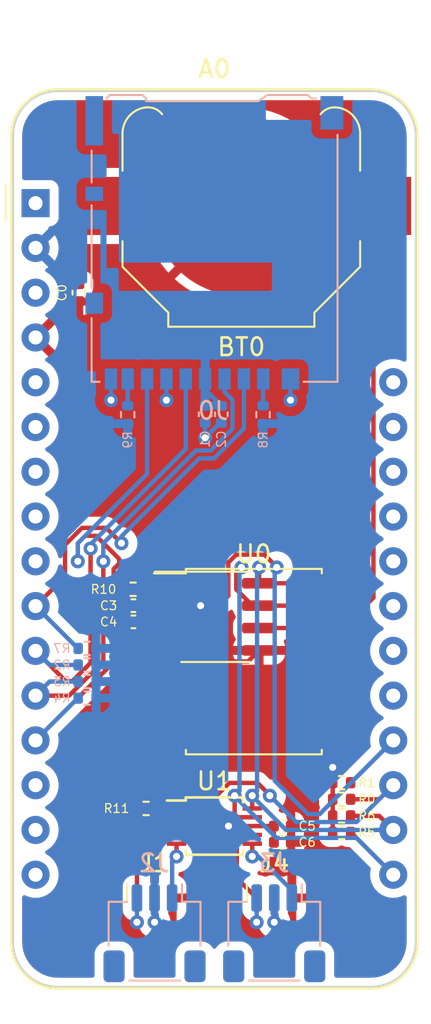
<source format=kicad_pcb>
(kicad_pcb (version 20211014) (generator pcbnew)
  (layers (0 "F.Cu" signal) (31 "B.Cu" signal) (34 "B.Paste" user) (35 "F.Paste" user) (36 "B.SilkS" user "B.Silkscreen") (37 "F.SilkS" user "F.Silkscreen") (38 "B.Mask" user) (39 "F.Mask" user) (44 "Edge.Cuts" user))
  (net 0 "")
  (net 2 "+3V3")
  (net 4 "GND")
  (net 8 "ADS1115_INTERRUPT")
  (net 9 "DS3231_INTERRUPT")
  (net 10 "μSD_CS")
  (net 11 "SPI_CLOCK")
  (net 12 "SPI_MOSI")
  (net 13 "SPI_MISO")
  (net 17 "I2C_SDA")
  (net 18 "I2C_SCL")
  (net 29 "Net-(BT0-Pad1)")
  (net 30 "Net-(J0-Pad1)")
  (net 31 "Net-(J0-Pad8)")
  (net 32 "Net-(J1-Pad1)")
  (net 33 "Net-(J2-Pad1)")
  (net 34 "Net-(J3-Pad1)")
  (net 35 "Net-(J4-Pad1)")
  (net 36 "Net-(R10-Pad1)")
  (net 37 "Net-(R11-Pad2)")
  (footprint "Capacitor_SMD:C_0402_1005Metric" (layer "F.Cu") (at 24.58 52.305 180)
    (fp_text reference "C4" (at 1.41 0) (layer "F.SilkS") (effects (font (size 0.5 0.5) (thickness 0.075))))
    (fp_text value "1μF")
    (fp_line (start -0.107836 -0.36) (end 0.107836 -0.36) (layer "F.SilkS") (width 0.12))
    (fp_line (start -0.107836 0.36) (end 0.107836 0.36) (layer "F.SilkS") (width 0.12))
    (pad "1" smd roundrect (at -0.48 0 180) (size 0.56 0.62) (layers "F.Cu" "F.Paste" "F.Mask") (net 2 "+3V3"))
    (pad "2" smd roundrect (at 0.48 0 180) (size 0.56 0.62) (layers "F.Cu" "F.Paste" "F.Mask") (net 4 "GND"))
  )
  (footprint "clipboard:51719e6e-04ac-48b8-9a85-30dbc0886bbf" (layer "F.Cu") (at 19.02 28.55)
    (fp_text reference "" (at 1.27 41.91) (layer "F.SilkS") (effects (font (size 1.27 1.27))))
    (fp_text value "" (at 1.27 41.91) (layer "F.SilkS") (effects (font (size 1.27 1.27))))
    (fp_line (start 1.27 44.45) (end 19.05 44.45) (layer "Edge.Cuts") (width 0.1))
    (fp_line (start -1.27 -3.81) (end -1.27 41.91) (layer "Edge.Cuts") (width 0.1))
    (fp_line (start 19.05 -6.35) (end 1.27 -6.35) (layer "Edge.Cuts") (width 0.1))
    (fp_line (start 21.59 41.91) (end 21.59 -3.81) (layer "Edge.Cuts") (width 0.1))
    (fp_arc (start 21.59 41.91) (mid 20.846051 43.706051) (end 19.05 44.45) (layer "Edge.Cuts") (width 0.1))
    (fp_arc (start 19.05 -6.35) (mid 20.846051 -5.606051) (end 21.59 -3.81) (layer "Edge.Cuts") (width 0.1))
    (fp_arc (start 1.221238 44.449532) (mid -0.543209 43.688728) (end -1.27 41.91) (layer "Edge.Cuts") (width 0.1))
    (fp_arc (start -1.27 -3.81) (mid -0.526051 -5.606051) (end 1.27 -6.35) (layer "Edge.Cuts") (width 0.1))
  )
  (footprint "Package_SO:TSSOP-10_3x3mm_P0.5mm" (layer "F.Cu") (at 29.18 63.89)
    (fp_text reference "U1" (at 0 -2.55) (layer "F.SilkS"))
    (fp_text value "ADS1115IDGS")
    (fp_line (start -1.625 1.625) (end -1.625 1.35) (layer "F.SilkS") (width 0.15))
    (fp_line (start 1.625 -1.625) (end 1.625 -1.35) (layer "F.SilkS") (width 0.15))
    (fp_line (start -1.625 1.625) (end 1.625 1.625) (layer "F.SilkS") (width 0.15))
    (fp_line (start -1.625 -1.625) (end 1.625 -1.625) (layer "F.SilkS") (width 0.15))
    (fp_line (start -1.625 -1.625) (end -1.625 -1.45) (layer "F.SilkS") (width 0.15))
    (fp_line (start -1.625 -1.45) (end -2.7 -1.45) (layer "F.SilkS") (width 0.15))
    (fp_line (start 1.625 1.625) (end 1.625 1.35) (layer "F.SilkS") (width 0.15))
    (pad "1" smd rect locked (at -2.15 -1) (size 1.1 0.25) (layers "F.Cu" "F.Paste" "F.Mask") (net 37 "Net-(R11-Pad2)"))
    (pad "2" smd rect locked (at -2.15 -0.5) (size 1.1 0.25) (layers "F.Cu" "F.Paste" "F.Mask") (net 8 "ADS1115_INTERRUPT"))
    (pad "3" smd rect locked (at -2.15 0) (size 1.1 0.25) (layers "F.Cu" "F.Paste" "F.Mask") (net 4 "GND"))
    (pad "4" smd rect locked (at -2.15 0.5) (size 1.1 0.25) (layers "F.Cu" "F.Paste" "F.Mask") (net 32 "Net-(J1-Pad1)"))
    (pad "5" smd rect locked (at -2.15 1) (size 1.1 0.25) (layers "F.Cu" "F.Paste" "F.Mask") (net 33 "Net-(J2-Pad1)"))
    (pad "6" smd rect locked (at 2.15 1) (size 1.1 0.25) (layers "F.Cu" "F.Paste" "F.Mask") (net 34 "Net-(J3-Pad1)"))
    (pad "7" smd rect locked (at 2.15 0.5) (size 1.1 0.25) (layers "F.Cu" "F.Paste" "F.Mask") (net 35 "Net-(J4-Pad1)"))
    (pad "8" smd rect locked (at 2.15 0) (size 1.1 0.25) (layers "F.Cu" "F.Paste" "F.Mask") (net 2 "+3V3"))
    (pad "9" smd rect locked (at 2.15 -0.5) (size 1.1 0.25) (layers "F.Cu" "F.Paste" "F.Mask") (net 17 "I2C_SDA"))
    (pad "10" smd rect locked (at 2.15 -1) (size 1.1 0.25) (layers "F.Cu" "F.Paste" "F.Mask") (net 18 "I2C_SCL"))
  )
  (footprint "Resistor_SMD:R_0402_1005Metric" (layer "F.Cu") (at 24.56 50.455)
    (fp_text reference "R10" (at -1.68 0) (layer "F.SilkS") (effects (font (size 0.5 0.5) (thickness 0.075))))
    (fp_text value "4.7kΩ")
    (fp_line (start -0.153641 0.38) (end 0.153641 0.38) (layer "F.SilkS") (width 0.12))
    (fp_line (start -0.153641 -0.38) (end 0.153641 -0.38) (layer "F.SilkS") (width 0.12))
    (pad "1" smd roundrect (at -0.51 0) (size 0.54 0.64) (layers "F.Cu" "F.Paste" "F.Mask") (net 36 "Net-(R10-Pad1)"))
    (pad "2" smd roundrect (at 0.51 0) (size 0.54 0.64) (layers "F.Cu" "F.Paste" "F.Mask") (net 2 "+3V3"))
  )
  (footprint "Capacitor_SMD:C_0402_1005Metric" (layer "F.Cu") (at 33.04 63.89)
    (fp_text reference "C5" (at 1.41 0) (layer "F.SilkS") (effects (font (size 0.5 0.5) (thickness 0.075))))
    (fp_text value "0.1μF")
    (fp_line (start -0.107836 -0.36) (end 0.107836 -0.36) (layer "F.SilkS") (width 0.12))
    (fp_line (start -0.107836 0.36) (end 0.107836 0.36) (layer "F.SilkS") (width 0.12))
    (pad "1" smd roundrect (at -0.48 0) (size 0.56 0.62) (layers "F.Cu" "F.Paste" "F.Mask") (net 2 "+3V3"))
    (pad "2" smd roundrect (at 0.48 0) (size 0.56 0.62) (layers "F.Cu" "F.Paste" "F.Mask") (net 4 "GND"))
  )
  (footprint "Module:Adafruit_Feather" (layer "F.Cu") (at 19.02 28.55)
    (fp_text reference "A0" (at 10.16 -7.62) (layer "F.SilkS"))
    (fp_text value "Adafruit_Feather_Generic")
    (fp_line (start 21.7 -3.81) (end 21.7 41.91) (layer "F.SilkS") (width 0.12))
    (fp_line (start 19.05 -6.46) (end 1.27 -6.46) (layer "F.SilkS") (width 0.12))
    (fp_line (start 19.05 44.56) (end 1.27 44.56) (layer "F.SilkS") (width 0.12))
    (fp_line (start -1.38 -3.81) (end -1.38 41.91) (layer "F.SilkS") (width 0.12))
    (fp_line (start -1.7 1) (end -1.7 -1) (layer "F.SilkS") (width 0.12))
    (fp_arc (start 21.7 41.91) (mid 20.923833 43.783833) (end 19.05 44.56) (layer "F.SilkS") (width 0.12))
    (fp_arc (start -1.38 -3.81) (mid -0.603833 -5.683833) (end 1.27 -6.46) (layer "F.SilkS") (width 0.12))
    (fp_arc (start 1.27 44.56) (mid -0.603833 43.783833) (end -1.38 41.91) (layer "F.SilkS") (width 0.12))
    (fp_arc (start 19.05 -6.46) (mid 20.923833 -5.683833) (end 21.7 -3.81) (layer "F.SilkS") (width 0.12))
    (pad "1" thru_hole rect locked (at 0 0 180) (size 1.6 1.6) (drill 0.8) (layers *.Cu *.Mask))
    (pad "2" thru_hole circle locked (at 0 2.54 180) (size 1.6 1.6) (drill 0.8) (layers *.Cu *.Mask) (net 2 "+3V3"))
    (pad "3" thru_hole circle locked (at 0 5.08 180) (size 1.6 1.6) (drill 0.8) (layers *.Cu *.Mask))
    (pad "4" thru_hole circle locked (at 0 7.62 180) (size 1.6 1.6) (drill 0.8) (layers *.Cu *.Mask) (net 4 "GND"))
    (pad "5" thru_hole circle locked (at 0 10.16 180) (size 1.6 1.6) (drill 0.8) (layers *.Cu *.Mask))
    (pad "6" thru_hole circle locked (at 0 12.7 180) (size 1.6 1.6) (drill 0.8) (layers *.Cu *.Mask))
    (pad "7" thru_hole circle locked (at 0 15.24 180) (size 1.6 1.6) (drill 0.8) (layers *.Cu *.Mask))
    (pad "8" thru_hole circle locked (at 0 17.78 180) (size 1.6 1.6) (drill 0.8) (layers *.Cu *.Mask))
    (pad "9" thru_hole circle locked (at 0 20.32 180) (size 1.6 1.6) (drill 0.8) (layers *.Cu *.Mask))
    (pad "10" thru_hole circle locked (at 0 22.86 180) (size 1.6 1.6) (drill 0.8) (layers *.Cu *.Mask) (net 10 "μSD_CS"))
    (pad "11" thru_hole circle locked (at 0 25.4 180) (size 1.6 1.6) (drill 0.8) (layers *.Cu *.Mask) (net 11 "SPI_CLOCK"))
    (pad "12" thru_hole circle locked (at 0 27.94 180) (size 1.6 1.6) (drill 0.8) (layers *.Cu *.Mask) (net 12 "SPI_MOSI"))
    (pad "13" thru_hole circle locked (at 0 30.48 180) (size 1.6 1.6) (drill 0.8) (layers *.Cu *.Mask) (net 13 "SPI_MISO"))
    (pad "14" thru_hole circle locked (at 0 33.02 180) (size 1.6 1.6) (drill 0.8) (layers *.Cu *.Mask))
    (pad "15" thru_hole circle locked (at 0 35.56 180) (size 1.6 1.6) (drill 0.8) (layers *.Cu *.Mask))
    (pad "16" thru_hole circle locked (at 0 38.1 180) (size 1.6 1.6) (drill 0.8) (layers *.Cu *.Mask))
    (pad "17" thru_hole circle locked (at 20.32 38.1 180) (size 1.6 1.6) (drill 0.8) (layers *.Cu *.Mask) (net 17 "I2C_SDA"))
    (pad "18" thru_hole circle locked (at 20.32 35.56 180) (size 1.6 1.6) (drill 0.8) (layers *.Cu *.Mask) (net 18 "I2C_SCL"))
    (pad "19" thru_hole circle locked (at 20.32 33.02 180) (size 1.6 1.6) (drill 0.8) (layers *.Cu *.Mask) (net 8 "ADS1115_INTERRUPT"))
    (pad "20" thru_hole circle locked (at 20.32 30.48 180) (size 1.6 1.6) (drill 0.8) (layers *.Cu *.Mask) (net 9 "DS3231_INTERRUPT"))
    (pad "21" thru_hole circle locked (at 20.32 27.94 180) (size 1.6 1.6) (drill 0.8) (layers *.Cu *.Mask))
    (pad "22" thru_hole circle locked (at 20.32 25.4 180) (size 1.6 1.6) (drill 0.8) (layers *.Cu *.Mask))
    (pad "23" thru_hole circle locked (at 20.32 22.86 180) (size 1.6 1.6) (drill 0.8) (layers *.Cu *.Mask))
    (pad "24" thru_hole circle locked (at 20.32 20.32 180) (size 1.6 1.6) (drill 0.8) (layers *.Cu *.Mask))
    (pad "25" thru_hole circle locked (at 20.32 17.78 180) (size 1.6 1.6) (drill 0.8) (layers *.Cu *.Mask))
    (pad "26" thru_hole circle locked (at 20.32 15.24 180) (size 1.6 1.6) (drill 0.8) (layers *.Cu *.Mask))
    (pad "27" thru_hole circle locked (at 20.32 12.7 180) (size 1.6 1.6) (drill 0.8) (layers *.Cu *.Mask))
    (pad "28" thru_hole circle locked (at 20.32 10.16 180) (size 1.6 1.6) (drill 0.8) (layers *.Cu *.Mask))
  )
  (footprint "Package_SO:SOIC-8_3.9x4.9mm_P1.27mm" (layer "F.Cu") (at 29.245 52.02)
    (fp_text reference " " (at 0 -3.4) (layer "F.SilkS"))
    (fp_text value "SOIC-8_3.9x4.9mm_P1.27mm")
    (fp_line (start 0 2.56) (end -1.95 2.56) (layer "F.SilkS") (width 0.12))
    (fp_line (start 0 -2.56) (end 1.95 -2.56) (layer "F.SilkS") (width 0.12))
    (fp_line (start 0 -2.56) (end -3.45 -2.56) (layer "F.SilkS") (width 0.12))
    (fp_line (start 0 2.56) (end 1.95 2.56) (layer "F.SilkS") (width 0.12))
    (pad "1" smd roundrect locked (at -2.475 -1.905) (size 1.95 0.6) (layers "F.Cu" "F.Paste" "F.Mask") (net 36 "Net-(R10-Pad1)"))
    (pad "2" smd roundrect locked (at -2.475 -0.635) (size 1.95 0.6) (layers "F.Cu" "F.Paste" "F.Mask") (net 2 "+3V3"))
    (pad "3" smd roundrect locked (at -2.475 0.635) (size 1.95 0.6) (layers "F.Cu" "F.Paste" "F.Mask") (net 9 "DS3231_INTERRUPT"))
    (pad "4" smd roundrect locked (at -2.475 1.905) (size 1.95 0.6) (layers "F.Cu" "F.Paste" "F.Mask"))
    (pad "5" smd roundrect locked (at 2.475 1.905) (size 1.95 0.6) (layers "F.Cu" "F.Paste" "F.Mask") (net 4 "GND"))
    (pad "6" smd roundrect locked (at 2.475 0.635) (size 1.95 0.6) (layers "F.Cu" "F.Paste" "F.Mask") (net 29 "Net-(BT0-Pad1)"))
    (pad "7" smd roundrect locked (at 2.475 -0.635) (size 1.95 0.6) (layers "F.Cu" "F.Paste" "F.Mask") (net 17 "I2C_SDA"))
    (pad "8" smd roundrect locked (at 2.475 -1.905) (size 1.95 0.6) (layers "F.Cu" "F.Paste" "F.Mask") (net 18 "I2C_SCL"))
  )
  (footprint "Resistor_SMD:R_0402_1005Metric" (layer "F.Cu") (at 36.41 62.37)
    (fp_text reference "R0" (at 1.43 0) (layer "F.SilkS") (effects (font (size 0.5 0.5) (thickness 0.075))))
    (fp_text value "4.7kΩ")
    (fp_line (start -0.153641 -0.38) (end 0.153641 -0.38) (layer "F.SilkS") (width 0.12))
    (fp_line (start -0.153641 0.38) (end 0.153641 0.38) (layer "F.SilkS") (width 0.12))
    (pad "1" smd roundrect (at -0.51 0) (size 0.54 0.64) (layers "F.Cu" "F.Paste" "F.Mask") (net 2 "+3V3"))
    (pad "2" smd roundrect (at 0.51 0) (size 0.54 0.64) (layers "F.Cu" "F.Paste" "F.Mask") (net 8 "ADS1115_INTERRUPT"))
  )
  (footprint "Connector_JST:JST_SH_SM03B-SRSS-TB_1x03-1MP_P1.00mm_Horizontal" (layer "F.Cu") (at 25.78 69.97)
    (fp_text reference "J1" (at 0 -3.98) (layer "F.SilkS"))
    (fp_text value "Conn_01x03")
    (fp_line (start -1.56 -1.785) (end -1.56 -2.775) (layer "F.SilkS") (width 0.12))
    (fp_line (start 2.61 -1.785) (end 1.56 -1.785) (layer "F.SilkS") (width 0.12))
    (fp_line (start 2.61 0.715) (end 2.61 -1.785) (layer "F.SilkS") (width 0.12))
    (fp_line (start -2.61 0.715) (end -2.61 -1.785) (layer "F.SilkS") (width 0.12))
    (fp_line (start -2.61 -1.785) (end -1.56 -1.785) (layer "F.SilkS") (width 0.12))
    (fp_line (start -1.44 2.685) (end 1.44 2.685) (layer "F.SilkS") (width 0.12))
    (pad "1" smd roundrect locked (at -1 -2) (size 0.6 1.55) (layers "F.Cu" "F.Paste" "F.Mask") (net 32 "Net-(J1-Pad1)"))
    (pad "2" smd roundrect locked (at 0 -2) (size 0.6 1.55) (layers "F.Cu" "F.Paste" "F.Mask") (net 2 "+3V3"))
    (pad "3" smd roundrect locked (at 1 -2) (size 0.6 1.55) (layers "F.Cu" "F.Paste" "F.Mask") (net 4 "GND"))
    (pad "MP" smd roundrect locked (at -2.3 1.875) (size 1.2 1.8) (layers "F.Cu" "F.Paste" "F.Mask") (roundrect_rratio 0.2083333333))
    (pad "MP" smd roundrect locked (at 2.3 1.875) (size 1.2 1.8) (layers "F.Cu" "F.Paste" "F.Mask") (roundrect_rratio 0.2083333333))
  )
  (footprint "Resistor_SMD:R_0402_1005Metric" (layer "F.Cu") (at 36.41 61.43)
    (fp_text reference "R1" (at 1.43 0) (layer "F.SilkS") (effects (font (size 0.5 0.5) (thickness 0.075))))
    (fp_text value "4.7kΩ")
    (fp_line (start -0.153641 -0.38) (end 0.153641 -0.38) (layer "F.SilkS") (width 0.12))
    (fp_line (start -0.153641 0.38) (end 0.153641 0.38) (layer "F.SilkS") (width 0.12))
    (pad "1" smd roundrect (at -0.51 0) (size 0.54 0.64) (layers "F.Cu" "F.Paste" "F.Mask") (net 2 "+3V3"))
    (pad "2" smd roundrect (at 0.51 0) (size 0.54 0.64) (layers "F.Cu" "F.Paste" "F.Mask") (net 9 "DS3231_INTERRUPT"))
  )
  (footprint "Resistor_SMD:R_0402_1005Metric" (layer "F.Cu") (at 36.41 64.25 180)
    (fp_text reference "R5" (at -1.43 0) (layer "F.SilkS") (effects (font (size 0.5 0.5) (thickness 0.075))))
    (fp_text value "4.7kΩ")
    (fp_line (start -0.153641 0.38) (end 0.153641 0.38) (layer "F.SilkS") (width 0.12))
    (fp_line (start -0.153641 -0.38) (end 0.153641 -0.38) (layer "F.SilkS") (width 0.12))
    (pad "1" smd roundrect (at -0.51 0 180) (size 0.54 0.64) (layers "F.Cu" "F.Paste" "F.Mask") (net 17 "I2C_SDA"))
    (pad "2" smd roundrect (at 0.51 0 180) (size 0.54 0.64) (layers "F.Cu" "F.Paste" "F.Mask") (net 2 "+3V3"))
  )
  (footprint "Capacitor_SMD:C_0402_1005Metric" (layer "F.Cu") (at 33.04 64.81)
    (fp_text reference "C6" (at 1.41 0) (layer "F.SilkS") (effects (font (size 0.5 0.5) (thickness 0.075))))
    (fp_text value "1μF")
    (fp_line (start -0.107836 0.36) (end 0.107836 0.36) (layer "F.SilkS") (width 0.12))
    (fp_line (start -0.107836 -0.36) (end 0.107836 -0.36) (layer "F.SilkS") (width 0.12))
    (pad "1" smd roundrect (at -0.48 0) (size 0.56 0.62) (layers "F.Cu" "F.Paste" "F.Mask") (net 2 "+3V3"))
    (pad "2" smd roundrect (at 0.48 0) (size 0.56 0.62) (layers "F.Cu" "F.Paste" "F.Mask") (net 4 "GND"))
  )
  (footprint "Connector_JST:JST_SH_SM03B-SRSS-TB_1x03-1MP_P1.00mm_Horizontal" (layer "F.Cu") (at 32.58 69.97)
    (fp_text reference "J4" (at 0 -3.98) (layer "F.SilkS"))
    (fp_text value "Conn_01x03")
    (fp_line (start -1.44 2.685) (end 1.44 2.685) (layer "F.SilkS") (width 0.12))
    (fp_line (start -2.61 0.715) (end -2.61 -1.785) (layer "F.SilkS") (width 0.12))
    (fp_line (start -1.56 -1.785) (end -1.56 -2.775) (layer "F.SilkS") (width 0.12))
    (fp_line (start 2.61 0.715) (end 2.61 -1.785) (layer "F.SilkS") (width 0.12))
    (fp_line (start 2.61 -1.785) (end 1.56 -1.785) (layer "F.SilkS") (width 0.12))
    (fp_line (start -2.61 -1.785) (end -1.56 -1.785) (layer "F.SilkS") (width 0.12))
    (pad "1" smd roundrect locked (at -1 -2) (size 0.6 1.55) (layers "F.Cu" "F.Paste" "F.Mask") (net 35 "Net-(J4-Pad1)"))
    (pad "2" smd roundrect locked (at 0 -2) (size 0.6 1.55) (layers "F.Cu" "F.Paste" "F.Mask") (net 2 "+3V3"))
    (pad "3" smd roundrect locked (at 1 -2) (size 0.6 1.55) (layers "F.Cu" "F.Paste" "F.Mask") (net 4 "GND"))
    (pad "MP" smd roundrect locked (at 2.3 1.875) (size 1.2 1.8) (layers "F.Cu" "F.Paste" "F.Mask") (roundrect_rratio 0.2083333333))
    (pad "MP" smd roundrect locked (at -2.3 1.875) (size 1.2 1.8) (layers "F.Cu" "F.Paste" "F.Mask") (roundrect_rratio 0.2083333333))
  )
  (footprint "Resistor_SMD:R_0402_1005Metric" (layer "F.Cu") (at 25.3 62.89)
    (fp_text reference "R11" (at -1.68 0) (layer "F.SilkS") (effects (font (size 0.5 0.5) (thickness 0.075))))
    (fp_text value "4.7kΩ")
    (fp_line (start -0.153641 -0.38) (end 0.153641 -0.38) (layer "F.SilkS") (width 0.12))
    (fp_line (start -0.153641 0.38) (end 0.153641 0.38) (layer "F.SilkS") (width 0.12))
    (pad "1" smd roundrect (at -0.51 0) (size 0.54 0.64) (layers "F.Cu" "F.Paste" "F.Mask") (net 4 "GND"))
    (pad "2" smd roundrect (at 0.51 0) (size 0.54 0.64) (layers "F.Cu" "F.Paste" "F.Mask") (net 37 "Net-(R11-Pad2)"))
  )
  (footprint "Capacitor_SMD:C_0402_1005Metric" (layer "F.Cu") (at 21.48 33.63 -90)
    (fp_text reference "C0" (at 0 0.96 90) (layer "F.SilkS") (effects (font (size 0.5 0.5) (thickness 0.075))))
    (fp_text value "10μF")
    (fp_line (start -0.107836 -0.36) (end 0.107836 -0.36) (layer "F.SilkS") (width 0.12))
    (fp_line (start -0.107836 0.36) (end 0.107836 0.36) (layer "F.SilkS") (width 0.12))
    (pad "1" smd roundrect (at -0.48 0 270) (size 0.56 0.62) (layers "F.Cu" "F.Paste" "F.Mask") (net 2 "+3V3"))
    (pad "2" smd roundrect (at 0.48 0 270) (size 0.56 0.62) (layers "F.Cu" "F.Paste" "F.Mask") (net 4 "GND"))
  )
  (footprint "Capacitor_SMD:C_0402_1005Metric" (layer "F.Cu") (at 24.58 51.385 180)
    (fp_text reference "C3" (at 1.41 0) (layer "F.SilkS") (effects (font (size 0.5 0.5) (thickness 0.075))))
    (fp_text value "0.1μF")
    (fp_line (start -0.107836 -0.36) (end 0.107836 -0.36) (layer "F.SilkS") (width 0.12))
    (fp_line (start -0.107836 0.36) (end 0.107836 0.36) (layer "F.SilkS") (width 0.12))
    (pad "1" smd roundrect (at -0.48 0 180) (size 0.56 0.62) (layers "F.Cu" "F.Paste" "F.Mask") (net 2 "+3V3"))
    (pad "2" smd roundrect (at 0.48 0 180) (size 0.56 0.62) (layers "F.Cu" "F.Paste" "F.Mask") (net 4 "GND"))
  )
  (footprint "Package_SO:SOIC-16W_7.5x10.3mm_P1.27mm" (layer "F.Cu") (at 31.42 54.56)
    (fp_text reference "U0" (at 0 -6.1) (layer "F.SilkS"))
    (fp_text value "DS3231M")
    (fp_line (start 0 -5.26) (end -3.86 -5.26) (layer "F.SilkS") (width 0.12))
    (fp_line (start 3.86 -5.26) (end 3.86 -5.005) (layer "F.SilkS") (width 0.12))
    (fp_line (start -3.86 -5.26) (end -3.86 -5.005) (layer "F.SilkS") (width 0.12))
    (fp_line (start 3.86 5.26) (end 3.86 5.005) (layer "F.SilkS") (width 0.12))
    (fp_line (start -3.86 -5.005) (end -5.675 -5.005) (layer "F.SilkS") (width 0.12))
    (fp_line (start -3.86 5.26) (end -3.86 5.005) (layer "F.SilkS") (width 0.12))
    (fp_line (start 0 5.26) (end -3.86 5.26) (layer "F.SilkS") (width 0.12))
    (fp_line (start 0 5.26) (end 3.86 5.26) (layer "F.SilkS") (width 0.12))
    (fp_line (start 0 -5.26) (end 3.86 -5.26) (layer "F.SilkS") (width 0.12))
    (pad "1" smd roundrect locked (at -4.65 -4.445) (size 2.05 0.6) (layers "F.Cu" "F.Paste" "F.Mask") (net 36 "Net-(R10-Pad1)"))
    (pad "2" smd roundrect locked (at -4.65 -3.175) (size 2.05 0.6) (layers "F.Cu" "F.Paste" "F.Mask") (net 2 "+3V3"))
    (pad "3" smd roundrect locked (at -4.65 -1.905) (size 2.05 0.6) (layers "F.Cu" "F.Paste" "F.Mask") (net 9 "DS3231_INTERRUPT"))
    (pad "4" smd roundrect locked (at -4.65 -0.635) (size 2.05 0.6) (layers "F.Cu" "F.Paste" "F.Mask"))
    (pad "5" smd roundrect locked (at -4.65 0.635) (size 2.05 0.6) (layers "F.Cu" "F.Paste" "F.Mask") (net 4 "GND"))
    (pad "6" smd roundrect locked (at -4.65 1.905) (size 2.05 0.6) (layers "F.Cu" "F.Paste" "F.Mask") (net 4 "GND"))
    (pad "7" smd roundrect locked (at -4.65 3.175) (size 2.05 0.6) (layers "F.Cu" "F.Paste" "F.Mask") (net 4 "GND"))
    (pad "8" smd roundrect locked (at -4.65 4.445) (size 2.05 0.6) (layers "F.Cu" "F.Paste" "F.Mask") (net 4 "GND"))
    (pad "9" smd roundrect locked (at 4.65 4.445) (size 2.05 0.6) (layers "F.Cu" "F.Paste" "F.Mask") (net 4 "GND"))
    (pad "10" smd roundrect locked (at 4.65 3.175) (size 2.05 0.6) (layers "F.Cu" "F.Paste" "F.Mask") (net 4 "GND"))
    (pad "11" smd roundrect locked (at 4.65 1.905) (size 2.05 0.6) (layers "F.Cu" "F.Paste" "F.Mask") (net 4 "GND"))
    (pad "12" smd roundrect locked (at 4.65 0.635) (size 2.05 0.6) (layers "F.Cu" "F.Paste" "F.Mask") (net 4 "GND"))
    (pad "13" smd roundrect locked (at 4.65 -0.635) (size 2.05 0.6) (layers "F.Cu" "F.Paste" "F.Mask") (net 4 "GND"))
    (pad "14" smd roundrect locked (at 4.65 -1.905) (size 2.05 0.6) (layers "F.Cu" "F.Paste" "F.Mask") (net 29 "Net-(BT0-Pad1)"))
    (pad "15" smd roundrect locked (at 4.65 -3.175) (size 2.05 0.6) (layers "F.Cu" "F.Paste" "F.Mask") (net 17 "I2C_SDA"))
    (pad "16" smd roundrect locked (at 4.65 -4.445) (size 2.05 0.6) (layers "F.Cu" "F.Paste" "F.Mask") (net 18 "I2C_SCL"))
  )
  (footprint "Resistor_SMD:R_0402_1005Metric" (layer "F.Cu") (at 36.41 63.31 180)
    (fp_text reference "R6" (at -1.43 0) (layer "F.SilkS") (effects (font (size 0.5 0.5) (thickness 0.075))))
    (fp_text value "4.7kΩ")
    (fp_line (start -0.153641 -0.38) (end 0.153641 -0.38) (layer "F.SilkS") (width 0.12))
    (fp_line (start -0.153641 0.38) (end 0.153641 0.38) (layer "F.SilkS") (width 0.12))
    (pad "1" smd roundrect (at -0.51 0 180) (size 0.54 0.64) (layers "F.Cu" "F.Paste" "F.Mask") (net 18 "I2C_SCL"))
    (pad "2" smd roundrect (at 0.51 0 180) (size 0.54 0.64) (layers "F.Cu" "F.Paste" "F.Mask") (net 2 "+3V3"))
  )
  (footprint "Battery:BatteryHolder_Keystone_3000_1x12mm" (layer "F.Cu") (at 30.71 28.71 180)
    (fp_text reference "BT0" (at 0 -8) (layer "F.SilkS"))
    (fp_text value "CR1220")
    (fp_line (start -4.15 -6.05) (end -4.15 -6.85) (layer "F.SilkS") (width 0.12))
    (fp_line (start 6.75 -3.45) (end 6.75 -2) (layer "F.SilkS") (width 0.12))
    (fp_line (start -6.75 -2) (end -6.75 -3.45) (layer "F.SilkS") (width 0.12))
    (fp_line (start -6.75 2) (end -6.75 4.1) (layer "F.SilkS") (width 0.12))
    (fp_line (start 4.15 -6.05) (end 6.75 -3.45) (layer "F.SilkS") (width 0.12))
    (fp_line (start -4.15 -6.85) (end 4.15 -6.85) (layer "F.SilkS") (width 0.12))
    (fp_line (start 4.15 -6.85) (end 4.15 -6.05) (layer "F.SilkS") (width 0.12))
    (fp_line (start -6.75 -3.45) (end -4.15 -6.05) (layer "F.SilkS") (width 0.12))
    (fp_line (start 6.75 2) (end 6.75 4.1) (layer "F.SilkS") (width 0.12))
    (fp_arc (start -4.5 5.2) (mid -4.90584 5.514615) (end -5.414615 5.58416) (layer "F.SilkS") (width 0.12))
    (fp_arc (start 6.75 4.05) (mid 6.346016 5.125305) (end 5.3 5.6) (layer "F.SilkS") (width 0.12))
    (fp_arc (start -5.3 5.6) (mid -6.346016 5.125305) (end -6.75 4.05) (layer "F.SilkS") (width 0.12))
    (fp_arc (start 5.414615 5.58416) (mid 4.90584 5.514615) (end 4.5 5.2) (layer "F.SilkS") (width 0.12))
    (pad "1" smd rect locked (at 7.9 0 180) (size 3.5 3.3) (layers "F.Cu" "F.Paste" "F.Mask") (net 29 "Net-(BT0-Pad1)"))
    (pad "1" smd rect locked (at -7.9 0 180) (size 3.5 3.3) (layers "F.Cu" "F.Paste" "F.Mask") (net 29 "Net-(BT0-Pad1)"))
    (pad "2" smd circle locked (at 0 0 180) (size 10.2 10.2) (layers "F.Cu" "F.Mask") (net 4 "GND"))
  )
  (footprint "Connector_JST:JST_SH_SM03B-SRSS-TB_1x03-1MP_P1.00mm_Horizontal" (layer "B.Cu") (at 32.58 69.97 180)
    (fp_text reference "J3" (at 0 3.98) (layer "B.SilkS") (effects (justify mirror)))
    (fp_text value "Conn_01x03")
    (fp_line (start -1.56 1.785) (end -1.56 2.775) (layer "B.SilkS") (width 0.12))
    (fp_line (start -1.44 -2.685) (end 1.44 -2.685) (layer "B.SilkS") (width 0.12))
    (fp_line (start -2.61 -0.715) (end -2.61 1.785) (layer "B.SilkS") (width 0.12))
    (fp_line (start -2.61 1.785) (end -1.56 1.785) (layer "B.SilkS") (width 0.12))
    (fp_line (start 2.61 -0.715) (end 2.61 1.785) (layer "B.SilkS") (width 0.12))
    (fp_line (start 2.61 1.785) (end 1.56 1.785) (layer "B.SilkS") (width 0.12))
    (pad "1" smd roundrect locked (at -1 2 180) (size 0.6 1.55) (layers "B.Cu" "B.Paste" "B.Mask") (net 34 "Net-(J3-Pad1)"))
    (pad "2" smd roundrect locked (at 0 2 180) (size 0.6 1.55) (layers "B.Cu" "B.Paste" "B.Mask") (net 2 "+3V3"))
    (pad "3" smd roundrect locked (at 1 2 180) (size 0.6 1.55) (layers "B.Cu" "B.Paste" "B.Mask") (net 4 "GND"))
    (pad "MP" smd roundrect locked (at 2.3 -1.875 180) (size 1.2 1.8) (layers "B.Cu" "B.Paste" "B.Mask") (roundrect_rratio 0.2083333333))
    (pad "MP" smd roundrect locked (at -2.3 -1.875 180) (size 1.2 1.8) (layers "B.Cu" "B.Paste" "B.Mask") (roundrect_rratio 0.2083333333))
  )
  (footprint "Connector_Card:microSD_HC_Hirose_DM3AT-SF-PEJM5" (layer "B.Cu") (at 29.18 30.8)
    (fp_text reference "J0" (at -0.075 9.525) (layer "B.SilkS") (effects (justify mirror)))
    (fp_text value "Micro_SD_Card_Det")
    (fp_line (start -6.975 7.885) (end -6.975 4.275) (layer "B.SilkS") (width 0.12))
    (fp_line (start 5.515 -8.185) (end 5.775 -8.185) (layer "B.SilkS") (width 0.12))
    (fp_line (start -4.085 -8.385) (end -3.875 -8.185) (layer "B.SilkS") (width 0.12))
    (fp_line (start -6.975 2.575) (end -6.975 -2.125) (layer "B.SilkS") (width 0.12))
    (fp_line (start -3.875 -8.035) (end 2.495 -8.035) (layer "B.SilkS") (width 0.12))
    (fp_line (start -6.525 7.885) (end -6.975 7.885) (layer "B.SilkS") (width 0.12))
    (fp_line (start 5.315 -8.385) (end 5.515 -8.185) (layer "B.SilkS") (width 0.12))
    (fp_line (start 6.995 7.885) (end 6.995 -6.125) (layer "B.SilkS") (width 0.12))
    (fp_line (start 5.075 7.885) (end 6.995 7.885) (layer "B.SilkS") (width 0.12))
    (fp_line (start -5.945 -8.385) (end -4.085 -8.385) (layer "B.SilkS") (width 0.12))
    (fp_line (start -5.945 -8.385) (end -6.145 -8.185) (layer "B.SilkS") (width 0.12))
    (fp_line (start 3.005 -8.385) (end 2.495 -8.035) (layer "B.SilkS") (width 0.12))
    (fp_line (start 5.315 -8.385) (end 3.005 -8.385) (layer "B.SilkS") (width 0.12))
    (fp_line (start -3.875 -8.035) (end -3.875 -8.185) (layer "B.SilkS") (width 0.12))
    (fp_line (start -6.975 -3.425) (end -6.975 -5.225) (layer "B.SilkS") (width 0.12))
    (pad "1" smd rect locked (at 2.775 7.725) (size 0.7 1.2) (layers "B.Cu" "B.Paste" "B.Mask") (net 30 "Net-(J0-Pad1)"))
    (pad "2" smd rect locked (at 1.675 7.725) (size 0.7 1.2) (layers "B.Cu" "B.Paste" "B.Mask") (net 10 "μSD_CS"))
    (pad "3" smd rect locked (at 0.575 7.725) (size 0.7 1.2) (layers "B.Cu" "B.Paste" "B.Mask") (net 12 "SPI_MOSI"))
    (pad "4" smd rect locked (at -0.525 7.725) (size 0.7 1.2) (layers "B.Cu" "B.Paste" "B.Mask") (net 2 "+3V3"))
    (pad "5" smd rect locked (at -1.625 7.725) (size 0.7 1.2) (layers "B.Cu" "B.Paste" "B.Mask") (net 11 "SPI_CLOCK"))
    (pad "6" smd rect locked (at -2.725 7.725) (size 0.7 1.2) (layers "B.Cu" "B.Paste" "B.Mask") (net 4 "GND"))
    (pad "7" smd rect locked (at -3.825 7.725) (size 0.7 1.2) (layers "B.Cu" "B.Paste" "B.Mask") (net 13 "SPI_MISO"))
    (pad "8" smd rect locked (at -4.925 7.725) (size 0.7 1.2) (layers "B.Cu" "B.Paste" "B.Mask") (net 31 "Net-(J0-Pad8)"))
    (pad "9" smd rect locked (at -5.875 7.725) (size 0.7 1.2) (layers "B.Cu" "B.Paste" "B.Mask") (net 4 "GND"))
    (pad "10" smd rect locked (at -6.825 -2.775) (size 1 0.8) (layers "B.Cu" "B.Paste" "B.Mask") (net 4 "GND"))
    (pad "11" smd rect locked (at -6.825 -6.925) (size 1 2.8) (layers "B.Cu" "B.Paste" "B.Mask") (net 4 "GND"))
    (pad "11" smd rect locked (at -6.825 3.425) (size 1 1.2) (layers "B.Cu" "B.Paste" "B.Mask") (net 4 "GND"))
    (pad "11" smd rect locked (at 6.675 -7.375) (size 1.3 1.9) (layers "B.Cu" "B.Paste" "B.Mask") (net 4 "GND"))
    (pad "11" smd rect locked (at 4.325 7.725) (size 1 1.2) (layers "B.Cu" "B.Paste" "B.Mask") (net 4 "GND"))
    (zone (net 0) (net_name "") (layer "B.Cu") (connect_pads (clearance 0)) (min_thickness 0.254)
      (keepout (tracks not_allowed) (vias not_allowed) (pads not_allowed) (copperpour not_allowed) (footprints not_allowed))
      (fill (thermal_gap 0.508) (thermal_bridge_width 0.508))
      (polygon (pts (xy 32.105 23.825) (xy 34.655 23.825) (xy 34.655 22.475) (xy 32.105 22.475)))
    )
    (zone (net 0) (net_name "") (layer "B.Cu") (connect_pads (clearance 0)) (min_thickness 0.254)
      (keepout (tracks not_allowed) (vias not_allowed) (pads not_allowed) (copperpour not_allowed) (footprints not_allowed))
      (fill (thermal_gap 0.508) (thermal_bridge_width 0.508))
      (polygon (pts (xy 22.705 34.825) (xy 21.955 34.825) (xy 21.955 38.075) (xy 22.705 38.075)))
    )
    (zone (net 0) (net_name "") (layer "B.Cu") (connect_pads (clearance 0)) (min_thickness 0.254)
      (keepout (tracks not_allowed) (vias not_allowed) (pads not_allowed) (copperpour not_allowed) (footprints not_allowed))
      (fill (thermal_gap 0.508) (thermal_bridge_width 0.508))
      (polygon (pts (xy 22.705 30.025) (xy 21.955 30.025) (xy 21.955 33.625) (xy 22.705 33.625)))
    )
    (zone (net 0) (net_name "") (layer "B.Cu") (connect_pads (clearance 0)) (min_thickness 0.254)
      (keepout (tracks not_allowed) (vias not_allowed) (pads not_allowed) (copperpour not_allowed) (footprints not_allowed))
      (fill (thermal_gap 0.508) (thermal_bridge_width 0.508))
      (polygon (pts (xy 23.055 32.225) (xy 23.755 32.225) (xy 23.755 24.625) (xy 23.055 24.625)))
    )
    (zone (net 0) (net_name "") (layer "B.Cu") (connect_pads (clearance 0)) (min_thickness 0.254)
      (keepout (tracks not_allowed) (vias not_allowed) (pads not_allowed) (copperpour not_allowed) (footprints not_allowed))
      (fill (thermal_gap 0.508) (thermal_bridge_width 0.508))
      (polygon (pts (xy 32.455 31.925) (xy 23.755 31.925) (xy 23.755 33.525) (xy 32.455 33.525)))
    )
  )
  (footprint "Resistor_SMD:R_0402_1005Metric" (layer "B.Cu") (at 21.95 55.69)
    (fp_text reference "R3" (at -1.43 0) (layer "B.SilkS") (effects (font (size 0.5 0.5) (thickness 0.075)) (justify mirror)))
    (fp_text value "4.7kΩ")
    (fp_line (start -0.153641 0.38) (end 0.153641 0.38) (layer "B.SilkS") (width 0.12))
    (fp_line (start -0.153641 -0.38) (end 0.153641 -0.38) (layer "B.SilkS") (width 0.12))
    (pad "1" smd roundrect (at -0.51 0) (size 0.54 0.64) (layers "B.Cu" "B.Paste" "B.Mask") (net 12 "SPI_MOSI"))
    (pad "2" smd roundrect (at 0.51 0) (size 0.54 0.64) (layers "B.Cu" "B.Paste" "B.Mask") (net 2 "+3V3"))
  )
  (footprint "Resistor_SMD:R_0402_1005Metric" (layer "B.Cu") (at 21.95 53.81 180)
    (fp_text reference "R7" (at 1.43 0) (layer "B.SilkS") (effects (font (size 0.5 0.5) (thickness 0.075)) (justify mirror)))
    (fp_text value "4.7kΩ")
    (fp_line (start -0.153641 -0.38) (end 0.153641 -0.38) (layer "B.SilkS") (width 0.12))
    (fp_line (start -0.153641 0.38) (end 0.153641 0.38) (layer "B.SilkS") (width 0.12))
    (pad "1" smd roundrect (at -0.51 0 180) (size 0.54 0.64) (layers "B.Cu" "B.Paste" "B.Mask") (net 2 "+3V3"))
    (pad "2" smd roundrect (at 0.51 0 180) (size 0.54 0.64) (layers "B.Cu" "B.Paste" "B.Mask") (net 10 "μSD_CS"))
  )
  (footprint "Resistor_SMD:R_0402_1005Metric" (layer "B.Cu") (at 24.255 40.55 -90)
    (fp_text reference "R9" (at 1.43 0 90) (layer "B.SilkS") (effects (font (size 0.5 0.5) (thickness 0.075)) (justify mirror)))
    (fp_text value "4.7kΩ")
    (fp_line (start -0.153641 0.38) (end 0.153641 0.38) (layer "B.SilkS") (width 0.12))
    (fp_line (start -0.153641 -0.38) (end 0.153641 -0.38) (layer "B.SilkS") (width 0.12))
    (pad "1" smd roundrect (at -0.51 0 270) (size 0.54 0.64) (layers "B.Cu" "B.Paste" "B.Mask") (net 31 "Net-(J0-Pad8)"))
    (pad "2" smd roundrect (at 0.51 0 270) (size 0.54 0.64) (layers "B.Cu" "B.Paste" "B.Mask") (net 2 "+3V3"))
  )
  (footprint "Connector_JST:JST_SH_SM03B-SRSS-TB_1x03-1MP_P1.00mm_Horizontal" (layer "B.Cu") (at 25.78 69.97 180)
    (fp_text reference "J2" (at 0 3.98) (layer "B.SilkS") (effects (justify mirror)))
    (fp_text value "Conn_01x03")
    (fp_line (start -2.61 -0.715) (end -2.61 1.785) (layer "B.SilkS") (width 0.12))
    (fp_line (start 2.61 -0.715) (end 2.61 1.785) (layer "B.SilkS") (width 0.12))
    (fp_line (start -2.61 1.785) (end -1.56 1.785) (layer "B.SilkS") (width 0.12))
    (fp_line (start -1.44 -2.685) (end 1.44 -2.685) (layer "B.SilkS") (width 0.12))
    (fp_line (start -1.56 1.785) (end -1.56 2.775) (layer "B.SilkS") (width 0.12))
    (fp_line (start 2.61 1.785) (end 1.56 1.785) (layer "B.SilkS") (width 0.12))
    (pad "1" smd roundrect locked (at -1 2 180) (size 0.6 1.55) (layers "B.Cu" "B.Paste" "B.Mask") (net 33 "Net-(J2-Pad1)"))
    (pad "2" smd roundrect locked (at 0 2 180) (size 0.6 1.55) (layers "B.Cu" "B.Paste" "B.Mask") (net 2 "+3V3"))
    (pad "3" smd roundrect locked (at 1 2 180) (size 0.6 1.55) (layers "B.Cu" "B.Paste" "B.Mask") (net 4 "GND"))
    (pad "MP" smd roundrect locked (at 2.3 -1.875 180) (size 1.2 1.8) (layers "B.Cu" "B.Paste" "B.Mask") (roundrect_rratio 0.2083333333))
    (pad "MP" smd roundrect locked (at -2.3 -1.875 180) (size 1.2 1.8) (layers "B.Cu" "B.Paste" "B.Mask") (roundrect_rratio 0.2083333333))
  )
  (footprint "Resistor_SMD:R_0402_1005Metric" (layer "B.Cu") (at 21.95 54.75 180)
    (fp_text reference "R2" (at 1.43 0) (layer "B.SilkS") (effects (font (size 0.5 0.5) (thickness 0.075)) (justify mirror)))
    (fp_text value "4.7kΩ")
    (fp_line (start -0.153641 0.38) (end 0.153641 0.38) (layer "B.SilkS") (width 0.12))
    (fp_line (start -0.153641 -0.38) (end 0.153641 -0.38) (layer "B.SilkS") (width 0.12))
    (pad "1" smd roundrect (at -0.51 0 180) (size 0.54 0.64) (layers "B.Cu" "B.Paste" "B.Mask") (net 2 "+3V3"))
    (pad "2" smd roundrect (at 0.51 0 180) (size 0.54 0.64) (layers "B.Cu" "B.Paste" "B.Mask") (net 11 "SPI_CLOCK"))
  )
  (footprint "Capacitor_SMD:C_0402_1005Metric" (layer "B.Cu") (at 28.655 40.53 -90)
    (fp_text reference "C1" (at 1.41 0 90) (layer "B.SilkS") (effects (font (size 0.5 0.5) (thickness 0.075)) (justify mirror)))
    (fp_text value "0.1μF")
    (fp_line (start -0.107836 0.36) (end 0.107836 0.36) (layer "B.SilkS") (width 0.12))
    (fp_line (start -0.107836 -0.36) (end 0.107836 -0.36) (layer "B.SilkS") (width 0.12))
    (pad "1" smd roundrect (at -0.48 0 270) (size 0.56 0.62) (layers "B.Cu" "B.Paste" "B.Mask") (net 2 "+3V3"))
    (pad "2" smd roundrect (at 0.48 0 270) (size 0.56 0.62) (layers "B.Cu" "B.Paste" "B.Mask") (net 4 "GND"))
  )
  (footprint "Resistor_SMD:R_0402_1005Metric" (layer "B.Cu") (at 31.945 40.55 -90)
    (fp_text reference "R8" (at 1.43 0 90) (layer "B.SilkS") (effects (font (size 0.5 0.5) (thickness 0.075)) (justify mirror)))
    (fp_text value "4.7kΩ")
    (fp_line (start -0.153641 0.38) (end 0.153641 0.38) (layer "B.SilkS") (width 0.12))
    (fp_line (start -0.153641 -0.38) (end 0.153641 -0.38) (layer "B.SilkS") (width 0.12))
    (pad "1" smd roundrect (at -0.51 0 270) (size 0.54 0.64) (layers "B.Cu" "B.Paste" "B.Mask") (net 30 "Net-(J0-Pad1)"))
    (pad "2" smd roundrect (at 0.51 0 270) (size 0.54 0.64) (layers "B.Cu" "B.Paste" "B.Mask") (net 2 "+3V3"))
  )
  (footprint "Capacitor_SMD:C_0402_1005Metric" (layer "B.Cu") (at 29.575 40.53 -90)
    (fp_text reference "C2" (at 1.41 0 90) (layer "B.SilkS") (effects (font (size 0.5 0.5) (thickness 0.075)) (justify mirror)))
    (fp_text value "1μF")
    (fp_line (start -0.107836 -0.36) (end 0.107836 -0.36) (layer "B.SilkS") (width 0.12))
    (fp_line (start -0.107836 0.36) (end 0.107836 0.36) (layer "B.SilkS") (width 0.12))
    (pad "1" smd roundrect (at -0.48 0 270) (size 0.56 0.62) (layers "B.Cu" "B.Paste" "B.Mask") (net 2 "+3V3"))
    (pad "2" smd roundrect (at 0.48 0 270) (size 0.56 0.62) (layers "B.Cu" "B.Paste" "B.Mask") (net 4 "GND"))
  )
  (footprint "Resistor_SMD:R_0402_1005Metric" (layer "B.Cu") (at 21.95 56.63)
    (fp_text reference "R4" (at -1.43 0) (layer "B.SilkS") (effects (font (size 0.5 0.5) (thickness 0.075)) (justify mirror)))
    (fp_text value "4.7kΩ")
    (fp_line (start -0.153641 0.38) (end 0.153641 0.38) (layer "B.SilkS") (width 0.12))
    (fp_line (start -0.153641 -0.38) (end 0.153641 -0.38) (layer "B.SilkS") (width 0.12))
    (pad "1" smd roundrect (at -0.51 0) (size 0.54 0.64) (layers "B.Cu" "B.Paste" "B.Mask") (net 13 "SPI_MISO"))
    (pad "2" smd roundrect (at 0.51 0) (size 0.54 0.64) (layers "B.Cu" "B.Paste" "B.Mask") (net 2 "+3V3"))
  )
  (segment (start 31.33 63.89) (end 29.98 63.89) (width 0.25) (layer "F.Cu") (net 2))
  (segment (start 21.08 33.15) (end 21.48 33.15) (width 0.25) (layer "F.Cu") (net 2))
  (segment (start 26 51.385) (end 26.77 51.385) (width 0.25) (layer "F.Cu") (net 2))
  (segment (start 32.154022 63.89) (end 31.33 63.89) (width 0.25) (layer "F.Cu") (net 2))
  (segment (start 32.56 63.89) (end 31.33 63.89) (width 0.25) (layer "F.Cu") (net 2))
  (segment (start 25.07 50.455) (end 26 51.385) (width 0.25) (layer "F.Cu") (net 2))
  (segment (start 32.56 64.295978) (end 32.154022 63.89) (width 0.25) (layer "F.Cu") (net 2))
  (segment (start 32.58 67.97) (end 32.58 69.345) (width 0.25) (layer "F.Cu") (net 2))
  (segment (start 25.98 51.385) (end 26.77 51.385) (width 0.25) (layer "F.Cu") (net 2))
  (segment (start 25.06 52.305) (end 25.98 51.385) (width 0.25) (layer "F.Cu") (net 2))
  (segment (start 19.02 31.09) (end 21.08 33.15) (width 0.25) (layer "F.Cu") (net 2))
  (segment (start 25.06 51.385) (end 26.77 51.385) (width 0.25) (layer "F.Cu") (net 2))
  (segment (start 35.9 64.25) (end 35.9 60.56) (width 0.25) (layer "F.Cu") (net 2))
  (segment (start 25.78 67.97) (end 25.78 69.345) (width 0.25) (layer "F.Cu") (net 2))
  (segment (start 32.56 64.81) (end 32.56 64.295978) (width 0.25) (layer "F.Cu") (net 2))
  (segment (start 28.395 51.385) (end 26.77 51.385) (width 0.25) (layer "F.Cu") (net 2))
  (via (at 28.395 51.385) (size 0.8) (drill 0.4) (layers "F.Cu" "B.Cu") (net 2))
  (via (at 35.9 60.56) (size 0.8) (drill 0.4) (layers "F.Cu" "B.Cu") (net 2))
  (via (at 25.78 69.345) (size 0.8) (drill 0.4) (layers "F.Cu" "B.Cu") (net 2))
  (via (at 32.58 69.345) (size 0.8) (drill 0.4) (layers "F.Cu" "B.Cu") (net 2))
  (via (at 29.98 63.89) (size 0.8) (drill 0.4) (layers "F.Cu" "B.Cu") (net 2))
  (segment (start 29.575 40.05) (end 28.655 39.13) (width 0.25) (layer "B.Cu") (net 2))
  (segment (start 28.655 39.13) (end 28.655 38.525) (width 0.25) (layer "B.Cu") (net 2))
  (segment (start 28.655 40.05) (end 28.655 38.525) (width 0.25) (layer "B.Cu") (net 2))
  (segment (start 19.02 36.17) (end 21.08 34.11) (width 0.25) (layer "F.Cu") (net 4))
  (segment (start 24.1 51.385) (end 24.1 52.951072) (width 0.25) (layer "F.Cu") (net 4))
  (segment (start 25.698448 54.54952) (end 31.09548 54.54952) (width 0.25) (layer "F.Cu") (net 4))
  (segment (start 21.08 34.11) (end 21.48 34.11) (width 0.25) (layer "F.Cu") (net 4))
  (segment (start 24.79 62.89) (end 25.79 63.89) (width 0.25) (layer "F.Cu") (net 4))
  (segment (start 25.79 63.89) (end 27.03 63.89) (width 0.25) (layer "F.Cu") (net 4))
  (segment (start 31.09548 54.54952) (end 31.72 53.925) (width 0.25) (layer "F.Cu") (net 4))
  (segment (start 24.1 52.951072) (end 25.698448 54.54952) (width 0.25) (layer "F.Cu") (net 4))
  (via (at 24.78 69.345) (size 0.8) (drill 0.4) (layers "F.Cu" "B.Cu") (net 4))
  (via (at 23.305 39.725) (size 0.8) (drill 0.4) (layers "F.Cu" "B.Cu") (net 4))
  (via (at 33.505 39.725) (size 0.8) (drill 0.4) (layers "F.Cu" "B.Cu") (net 4))
  (via (at 26.455 39.725) (size 0.8) (drill 0.4) (layers "F.Cu" "B.Cu") (net 4))
  (via (at 31.58 69.345) (size 0.8) (drill 0.4) (layers "F.Cu" "B.Cu") (net 4))
  (via (at 28.655 41.86) (size 0.8) (drill 0.4) (layers "F.Cu" "B.Cu") (net 4))
  (segment (start 23.305 38.525) (end 23.305 39.725) (width 0.25) (layer "B.Cu") (net 4))
  (segment (start 28.655 41.86) (end 28.655 41.01) (width 0.25) (layer "B.Cu") (net 4))
  (segment (start 24.78 69.345) (end 24.78 67.97) (width 0.25) (layer "B.Cu") (net 4))
  (segment (start 29.505 41.01) (end 28.655 41.86) (width 0.25) (layer "B.Cu") (net 4))
  (segment (start 26.455 38.525) (end 26.455 39.725) (width 0.25) (layer "B.Cu") (net 4))
  (segment (start 31.58 69.345) (end 31.58 67.97) (width 0.25) (layer "B.Cu") (net 4))
  (segment (start 33.505 38.525) (end 33.505 39.725) (width 0.25) (layer "B.Cu") (net 4))
  (segment (start 29.575 41.01) (end 29.505 41.01) (width 0.25) (layer "B.Cu") (net 4))
  (segment (start 39.34 61.57) (end 38.54 62.37) (width 0.25) (layer "F.Cu") (net 8))
  (segment (start 27.03 63.39) (end 28.080386 63.39) (width 0.25) (layer "F.Cu") (net 8))
  (segment (start 30.029897 61.440489) (end 31.630103 61.440489) (width 0.25) (layer "F.Cu") (net 8))
  (segment (start 31.630103 61.440489) (end 32.33 62.140386) (width 0.25) (layer "F.Cu") (net 8))
  (segment (start 32.33 62.140386) (end 32.33 62.165) (width 0.25) (layer "F.Cu") (net 8))
  (segment (start 28.080386 63.39) (end 30.029897 61.440489) (width 0.25) (layer "F.Cu") (net 8))
  (segment (start 38.54 62.37) (end 36.92 62.37) (width 0.25) (layer "F.Cu") (net 8))
  (via (at 32.33 62.165) (size 0.8) (drill 0.4) (layers "F.Cu" "B.Cu") (net 8))
  (segment (start 39.34 61.57) (end 37.24952 63.66048) (width 0.25) (layer "B.Cu") (net 8))
  (segment (start 33.82548 63.66048) (end 32.33 62.165) (width 0.25) (layer "B.Cu") (net 8))
  (segment (start 37.24952 63.66048) (end 33.82548 63.66048) (width 0.25) (layer "B.Cu") (net 8))
  (segment (start 36.94 61.43) (end 36.92 61.43) (width 0.25) (layer "F.Cu") (net 9))
  (segment (start 28.149614 52.655) (end 29.97096 50.833654) (width 0.25) (layer "F.Cu") (net 9))
  (segment (start 29.97096 48.939426) (end 30.419897 48.490489) (width 0.25) (layer "F.Cu") (net 9))
  (segment (start 32.020103 48.490489) (end 32.72 49.190386) (width 0.25) (layer "F.Cu") (net 9))
  (segment (start 39.34 59.03) (end 36.94 61.43) (width 0.25) (layer "F.Cu") (net 9))
  (segment (start 26.77 52.655) (end 28.149614 52.655) (width 0.25) (layer "F.Cu") (net 9))
  (segment (start 30.419897 48.490489) (end 32.020103 48.490489) (width 0.25) (layer "F.Cu") (net 9))
  (segment (start 29.97096 50.833654) (end 29.97096 48.939426) (width 0.25) (layer "F.Cu") (net 9))
  (segment (start 32.72 49.190386) (end 32.72 49.215) (width 0.25) (layer "F.Cu") (net 9))
  (via (at 32.72 49.215) (size 0.8) (drill 0.4) (layers "F.Cu" "B.Cu") (net 9))
  (segment (start 35.15904 63.21096) (end 39.34 59.03) (width 0.25) (layer "B.Cu") (net 9))
  (segment (start 34.5 63.21096) (end 35.15904 63.21096) (width 0.25) (layer "B.Cu") (net 9))
  (segment (start 32.605489 49.329511) (end 32.605489 61.316449) (width 0.25) (layer "B.Cu") (net 9))
  (segment (start 32.72 49.215) (end 32.605489 49.329511) (width 0.25) (layer "B.Cu") (net 9))
  (segment (start 32.605489 61.316449) (end 34.5 63.21096) (width 0.25) (layer "B.Cu") (net 9))
  (segment (start 20.695489 49.734511) (end 20.695489 47.934179) (width 0.25) (layer "F.Cu") (net 10))
  (segment (start 21.658699 46.970969) (end 23.030969 46.970969) (width 0.25) (layer "F.Cu") (net 10))
  (segment (start 20.695489 47.934179) (end 21.658699 46.970969) (width 0.25) (layer "F.Cu") (net 10))
  (segment (start 23.030969 46.970969) (end 23.9 47.84) (width 0.25) (layer "F.Cu") (net 10))
  (segment (start 19.02 51.41) (end 20.695489 49.734511) (width 0.25) (layer "F.Cu") (net 10))
  (via (at 23.9 47.84) (size 0.8) (drill 0.4) (layers "F.Cu" "B.Cu") (net 10))
  (segment (start 21.42 53.81) (end 21.44 53.81) (width 0.25) (layer "B.Cu") (net 10))
  (segment (start 30.855 41.332648) (end 30.855 38.525) (width 0.25) (layer "B.Cu") (net 10))
  (segment (start 19.02 51.41) (end 21.42 53.81) (width 0.25) (layer "B.Cu") (net 10))
  (segment (start 28.317073 43.034031) (end 29.153617 43.034031) (width 0.25) (layer "B.Cu") (net 10))
  (segment (start 29.153617 43.034031) (end 30.855 41.332648) (width 0.25) (layer "B.Cu") (net 10))
  (segment (start 23.9 47.451104) (end 28.317073 43.034031) (width 0.25) (layer "B.Cu") (net 10))
  (segment (start 23.9 47.84) (end 23.9 47.451104) (width 0.25) (layer "B.Cu") (net 10))
  (segment (start 21.114282 55.664282) (end 22.145 54.633564) (width 0.25) (layer "F.Cu") (net 11))
  (segment (start 20.734282 55.664282) (end 21.114282 55.664282) (width 0.25) (layer "F.Cu") (net 11))
  (segment (start 19.02 53.95) (end 20.734282 55.664282) (width 0.25) (layer "F.Cu") (net 11))
  (segment (start 22.145 54.633564) (end 22.145 48.145) (width 0.25) (layer "F.Cu") (net 11))
  (via (at 22.145 48.145) (size 0.8) (drill 0.4) (layers "F.Cu" "B.Cu") (net 11))
  (segment (start 22.145 47.905) (end 27.555 42.495) (width 0.25) (layer "B.Cu") (net 11))
  (segment (start 19.82 54.75) (end 21.44 54.75) (width 0.25) (layer "B.Cu") (net 11))
  (segment (start 22.145 48.145) (end 22.145 47.905) (width 0.25) (layer "B.Cu") (net 11))
  (segment (start 19.02 53.95) (end 19.82 54.75) (width 0.25) (layer "B.Cu") (net 11))
  (segment (start 27.555 42.495) (end 27.555 38.525) (width 0.25) (layer "B.Cu") (net 11))
  (segment (start 22.87 54.544282) (end 22.87 48.87) (width 0.25) (layer "F.Cu") (net 12))
  (segment (start 20.924282 56.49) (end 22.87 54.544282) (width 0.25) (layer "F.Cu") (net 12))
  (segment (start 19.02 56.49) (end 20.924282 56.49) (width 0.25) (layer "F.Cu") (net 12))
  (via (at 22.87 48.87) (size 0.8) (drill 0.4) (layers "F.Cu" "B.Cu") (net 12))
  (segment (start 29.755 39.26307) (end 29.755 38.525) (width 0.25) (layer "B.Cu") (net 12))
  (segment (start 19.819999 55.690001) (end 19.02 56.49) (width 0.25) (layer "B.Cu") (net 12))
  (segment (start 28.967419 42.584511) (end 30.20952 41.34241) (width 0.25) (layer "B.Cu") (net 12))
  (segment (start 30.20952 41.34241) (end 30.20952 39.71759) (width 0.25) (layer "B.Cu") (net 12))
  (segment (start 22.87 48.87) (end 22.87 47.845386) (width 0.25) (layer "B.Cu") (net 12))
  (segment (start 21.44 55.69) (end 19.819999 55.690001) (width 0.25) (layer "B.Cu") (net 12))
  (segment (start 22.87 47.845386) (end 28.130875 42.584511) (width 0.25) (layer "B.Cu") (net 12))
  (segment (start 28.130875 42.584511) (end 28.967419 42.584511) (width 0.25) (layer "B.Cu") (net 12))
  (segment (start 30.20952 39.71759) (end 29.755 39.26307) (width 0.25) (layer "B.Cu") (net 12))
  (segment (start 21.844897 47.420489) (end 21.42 47.845386) (width 0.25) (layer "F.Cu") (net 13))
  (segment (start 23.77 48.734614) (end 22.455875 47.420489) (width 0.25) (layer "F.Cu") (net 13))
  (segment (start 23.45548 54.59452) (end 23.45548 49.309134) (width 0.25) (layer "F.Cu") (net 13))
  (segment (start 22.455875 47.420489) (end 21.844897 47.420489) (width 0.25) (layer "F.Cu") (net 13))
  (segment (start 23.45548 49.309134) (end 23.77 48.994614) (width 0.25) (layer "F.Cu") (net 13))
  (segment (start 23.77 48.994614) (end 23.77 48.734614) (width 0.25) (layer "F.Cu") (net 13))
  (segment (start 19.02 59.03) (end 23.45548 54.59452) (width 0.25) (layer "F.Cu") (net 13))
  (segment (start 21.42 47.845386) (end 21.42 48.87) (width 0.25) (layer "F.Cu") (net 13))
  (via (at 21.42 48.87) (size 0.8) (drill 0.4) (layers "F.Cu" "B.Cu") (net 13))
  (segment (start 25.355 43.910386) (end 25.355 38.525) (width 0.25) (layer "B.Cu") (net 13))
  (segment (start 21.42 56.63) (end 19.02 59.03) (width 0.25) (layer "B.Cu") (net 13))
  (segment (start 21.42 48.87) (end 21.42 47.845386) (width 0.25) (layer "B.Cu") (net 13))
  (segment (start 21.42 47.845386) (end 25.355 43.910386) (width 0.25) (layer "B.Cu") (net 13))
  (segment (start 21.44 56.63) (end 21.42 56.63) (width 0.25) (layer "B.Cu") (net 13))
  (segment (start 30.505978 63.39) (end 30.33 63.214022) (width 0.25) (layer "F.Cu") (net 17))
  (segment (start 31.343928 51.385) (end 30.42048 50.461552) (width 0.25) (layer "F.Cu") (net 17))
  (segment (start 39.34 66.65) (end 36.94 64.25) (width 0.25) (layer "F.Cu") (net 17))
  (segment (start 36.94 64.25) (end 36.92 64.25) (width 0.25) (layer "F.Cu") (net 17))
  (segment (start 30.33 63.214022) (end 30.33 62.165) (width 0.25) (layer "F.Cu") (net 17))
  (segment (start 30.42048 50.461552) (end 30.42048 49.51452) (width 0.25) (layer "F.Cu") (net 17))
  (segment (start 31.33 63.39) (end 30.505978 63.39) (width 0.25) (layer "F.Cu") (net 17))
  (segment (start 30.42048 49.51452) (end 30.72 49.215) (width 0.25) (layer "F.Cu") (net 17))
  (segment (start 31.72 51.385) (end 31.343928 51.385) (width 0.25) (layer "F.Cu") (net 17))
  (segment (start 36.07 51.385) (end 31.72 51.385) (width 0.25) (layer "F.Cu") (net 17))
  (via (at 30.72 49.215) (size 0.8) (drill 0.4) (layers "F.Cu" "B.Cu") (net 17))
  (via (at 30.33 62.165) (size 0.8) (drill 0.4) (layers "F.Cu" "B.Cu") (net 17))
  (segment (start 30.72 49.215) (end 30.605489 49.329511) (width 0.25) (layer "B.Cu") (net 17))
  (segment (start 37.24952 64.55952) (end 32.699906 64.55952) (width 0.25) (layer "B.Cu") (net 17))
  (segment (start 30.605489 61.889511) (end 30.33 62.165) (width 0.25) (layer "B.Cu") (net 17))
  (segment (start 32.699906 64.55952) (end 30.33 62.189614) (width 0.25) (layer "B.Cu") (net 17))
  (segment (start 30.33 62.189614) (end 30.33 62.165) (width 0.25) (layer "B.Cu") (net 17))
  (segment (start 30.605489 49.329511) (end 30.605489 61.889511) (width 0.25) (layer "B.Cu") (net 17))
  (segment (start 39.34 66.65) (end 37.24952 64.55952) (width 0.25) (layer "B.Cu") (net 17))
  (segment (start 31.72 50.115) (end 31.72 49.215) (width 0.25) (layer "F.Cu") (net 18))
  (segment (start 31.33 62.165) (end 31.33 62.89) (width 0.25) (layer "F.Cu") (net 18))
  (segment (start 38.54 63.31) (end 36.92 63.31) (width 0.25) (layer "F.Cu") (net 18))
  (segment (start 39.34 64.11) (end 38.54 63.31) (width 0.25) (layer "F.Cu") (net 18))
  (segment (start 36.07 50.115) (end 31.72 50.115) (width 0.25) (layer "F.Cu") (net 18))
  (via (at 31.72 49.215) (size 0.8) (drill 0.4) (layers "F.Cu" "B.Cu") (net 18))
  (via (at 31.33 62.165) (size 0.8) (drill 0.4) (layers "F.Cu" "B.Cu") (net 18))
  (segment (start 31.605489 61.889511) (end 31.33 62.165) (width 0.25) (layer "B.Cu") (net 18))
  (segment (start 31.72 49.215) (end 31.605489 49.329511) (width 0.25) (layer "B.Cu") (net 18))
  (segment (start 31.33 62.189614) (end 33.250386 64.11) (width 0.25) (layer "B.Cu") (net 18))
  (segment (start 33.250386 64.11) (end 39.34 64.11) (width 0.25) (layer "B.Cu") (net 18))
  (segment (start 31.33 62.165) (end 31.33 62.189614) (width 0.25) (layer "B.Cu") (net 18))
  (segment (start 31.605489 49.329511) (end 31.605489 61.889511) (width 0.25) (layer "B.Cu") (net 18))
  (segment (start 36.496072 52.655) (end 38.215489 50.935583) (width 0.25) (layer "F.Cu") (net 29))
  (segment (start 38.215489 29.104511) (end 38.61 28.71) (width 0.25) (layer "F.Cu") (net 29))
  (segment (start 38.215489 50.935583) (end 38.215489 29.104511) (width 0.25) (layer "F.Cu") (net 29))
  (segment (start 36.07 52.655) (end 36.496072 52.655) (width 0.25) (layer "F.Cu") (net 29))
  (segment (start 36.07 52.655) (end 31.72 52.655) (width 0.25) (layer "F.Cu") (net 29))
  (segment (start 31.945 38.535) (end 31.955 38.525) (width 0.25) (layer "B.Cu") (net 30))
  (segment (start 31.945 40.04) (end 31.945 38.535) (width 0.25) (layer "B.Cu") (net 30))
  (segment (start 24.255 40.04) (end 24.255 38.525) (width 0.25) (layer "B.Cu") (net 31))
  (segment (start 26.205978 64.39) (end 24.78 65.815978) (width 0.25) (layer "F.Cu") (net 32))
  (segment (start 27.03 64.39) (end 26.205978 64.39) (width 0.25) (layer "F.Cu") (net 32))
  (segment (start 24.78 65.815978) (end 24.78 67.97) (width 0.25) (layer "F.Cu") (net 32))
  (segment (start 27.03 64.89) (end 27.03 65.615) (width 0.25) (layer "F.Cu") (net 33))
  (via (at 27.03 65.615) (size 0.8) (drill 0.4) (layers "F.Cu" "B.Cu") (net 33))
  (segment (start 26.78 65.865) (end 27.03 65.615) (width 0.25) (layer "B.Cu") (net 33))
  (segment (start 26.78 67.97) (end 26.78 65.865) (width 0.25) (layer "B.Cu") (net 33))
  (segment (start 31.33 64.89) (end 31.33 65.615) (width 0.25) (layer "F.Cu") (net 34))
  (via (at 31.33 65.615) (size 0.8) (drill 0.4) (layers "F.Cu" "B.Cu") (net 34))
  (segment (start 31.33 65.615) (end 31.671072 65.615) (width 0.25) (layer "B.Cu") (net 34))
  (segment (start 33.58 67.523928) (end 33.58 67.97) (width 0.25) (layer "B.Cu") (net 34))
  (segment (start 31.671072 65.615) (end 33.58 67.523928) (width 0.25) (layer "B.Cu") (net 34))
  (segment (start 30.505978 64.39) (end 30.455489 64.440489) (width 0.25) (layer "F.Cu") (net 35))
  (segment (start 31.33 64.39) (end 30.505978 64.39) (width 0.25) (layer "F.Cu") (net 35))
  (segment (start 30.455489 66.845489) (end 31.58 67.97) (width 0.25) (layer "F.Cu") (net 35))
  (segment (start 30.455489 64.440489) (end 30.455489 66.845489) (width 0.25) (layer "F.Cu") (net 35))
  (segment (start 24.69452 49.81048) (end 26.46548 49.81048) (width 0.25) (layer "F.Cu") (net 36))
  (segment (start 24.05 50.455) (end 24.69452 49.81048) (width 0.25) (layer "F.Cu") (net 36))
  (segment (start 26.46548 49.81048) (end 26.77 50.115) (width 0.25) (layer "F.Cu") (net 36))
  (segment (start 25.81 62.89) (end 27.03 62.89) (width 0.25) (layer "F.Cu") (net 37))
  (zone (net 4) (net_name "GND") (layer "F.Cu") (connect_pads (clearance 0.508)) (min_thickness 0.254) (fill yes (thermal_gap 0.508) (thermal_bridge_width 0.508))
    (polygon (pts (xy 41.5 73.55) (xy 17 73.55) (xy 17 21.55) (xy 41.5 21.55)))
  )
  (zone (net 2) (net_name "+3V3") (layer "B.Cu") (connect_pads (clearance 0.508)) (min_thickness 0.254) (fill yes (thermal_gap 0.508) (thermal_bridge_width 0.508))
    (polygon (pts (xy 41.5 73.55) (xy 17 73.55) (xy 17 21.55) (xy 41.5 21.55)))
  )
)
</source>
